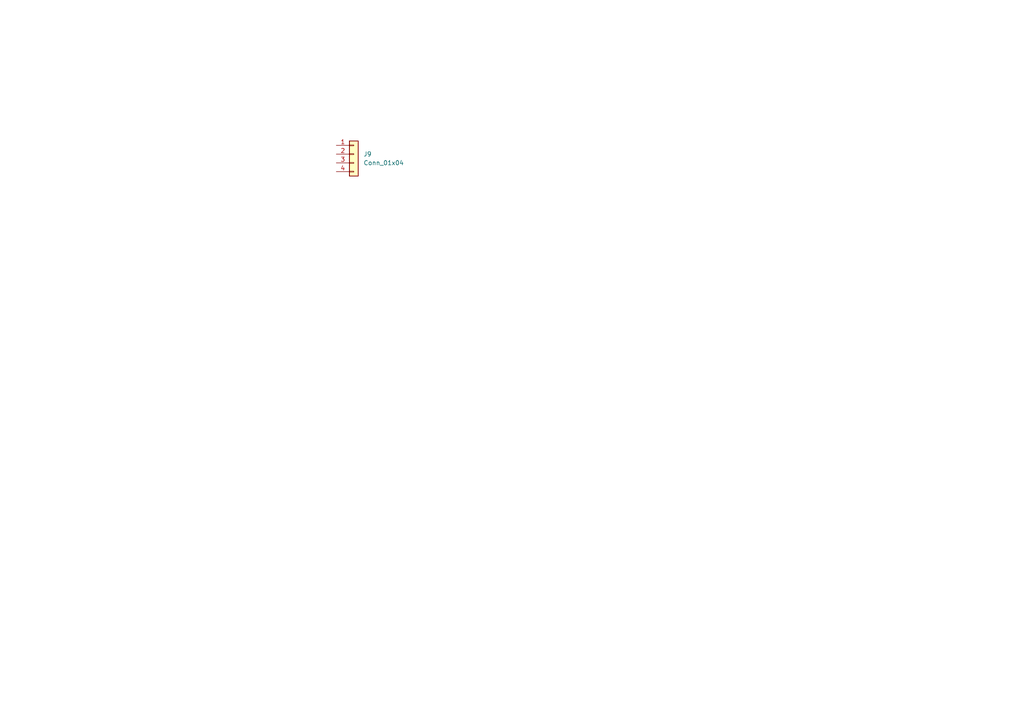
<source format=kicad_sch>
(kicad_sch (version 20211123) (generator eeschema)

  (uuid 04d73ebd-038e-4ca6-ae12-c7a11bc665f3)

  (paper "A4")

  (lib_symbols
    (symbol "Connector_Generic:Conn_01x04" (pin_names (offset 1.016) hide) (in_bom yes) (on_board yes)
      (property "Reference" "J" (id 0) (at 0 5.08 0)
        (effects (font (size 1.27 1.27)))
      )
      (property "Value" "Conn_01x04" (id 1) (at 0 -7.62 0)
        (effects (font (size 1.27 1.27)))
      )
      (property "Footprint" "" (id 2) (at 0 0 0)
        (effects (font (size 1.27 1.27)) hide)
      )
      (property "Datasheet" "~" (id 3) (at 0 0 0)
        (effects (font (size 1.27 1.27)) hide)
      )
      (property "ki_keywords" "connector" (id 4) (at 0 0 0)
        (effects (font (size 1.27 1.27)) hide)
      )
      (property "ki_description" "Generic connector, single row, 01x04, script generated (kicad-library-utils/schlib/autogen/connector/)" (id 5) (at 0 0 0)
        (effects (font (size 1.27 1.27)) hide)
      )
      (property "ki_fp_filters" "Connector*:*_1x??_*" (id 6) (at 0 0 0)
        (effects (font (size 1.27 1.27)) hide)
      )
      (symbol "Conn_01x04_1_1"
        (rectangle (start -1.27 -4.953) (end 0 -5.207)
          (stroke (width 0.1524) (type default) (color 0 0 0 0))
          (fill (type none))
        )
        (rectangle (start -1.27 -2.413) (end 0 -2.667)
          (stroke (width 0.1524) (type default) (color 0 0 0 0))
          (fill (type none))
        )
        (rectangle (start -1.27 0.127) (end 0 -0.127)
          (stroke (width 0.1524) (type default) (color 0 0 0 0))
          (fill (type none))
        )
        (rectangle (start -1.27 2.667) (end 0 2.413)
          (stroke (width 0.1524) (type default) (color 0 0 0 0))
          (fill (type none))
        )
        (rectangle (start -1.27 3.81) (end 1.27 -6.35)
          (stroke (width 0.254) (type default) (color 0 0 0 0))
          (fill (type background))
        )
        (pin passive line (at -5.08 2.54 0) (length 3.81)
          (name "Pin_1" (effects (font (size 1.27 1.27))))
          (number "1" (effects (font (size 1.27 1.27))))
        )
        (pin passive line (at -5.08 0 0) (length 3.81)
          (name "Pin_2" (effects (font (size 1.27 1.27))))
          (number "2" (effects (font (size 1.27 1.27))))
        )
        (pin passive line (at -5.08 -2.54 0) (length 3.81)
          (name "Pin_3" (effects (font (size 1.27 1.27))))
          (number "3" (effects (font (size 1.27 1.27))))
        )
        (pin passive line (at -5.08 -5.08 0) (length 3.81)
          (name "Pin_4" (effects (font (size 1.27 1.27))))
          (number "4" (effects (font (size 1.27 1.27))))
        )
      )
    )
  )


  (symbol (lib_id "Connector_Generic:Conn_01x04") (at 102.616 44.704 0) (unit 1)
    (in_bom yes) (on_board yes) (fields_autoplaced)
    (uuid c73e7952-c272-4da4-ab1d-744375400c39)
    (property "Reference" "J9" (id 0) (at 105.41 44.7039 0)
      (effects (font (size 1.27 1.27)) (justify left))
    )
    (property "Value" "Conn_01x04" (id 1) (at 105.41 47.2439 0)
      (effects (font (size 1.27 1.27)) (justify left))
    )
    (property "Footprint" "Connector_JST:JST_XH_S4B-XH-A-1_1x04_P2.50mm_Horizontal" (id 2) (at 102.616 44.704 0)
      (effects (font (size 1.27 1.27)) hide)
    )
    (property "Datasheet" "~" (id 3) (at 102.616 44.704 0)
      (effects (font (size 1.27 1.27)) hide)
    )
    (pin "1" (uuid c9cd44b9-b65e-49fe-b389-720eb41d7bed))
    (pin "2" (uuid 4cd284f6-6ed5-4321-8ca0-82aa403a9b1e))
    (pin "3" (uuid 5435f249-58ec-4a85-be0f-bb986371e814))
    (pin "4" (uuid 4d52dbaa-cb27-42b6-88eb-f49055408450))
  )
)

</source>
